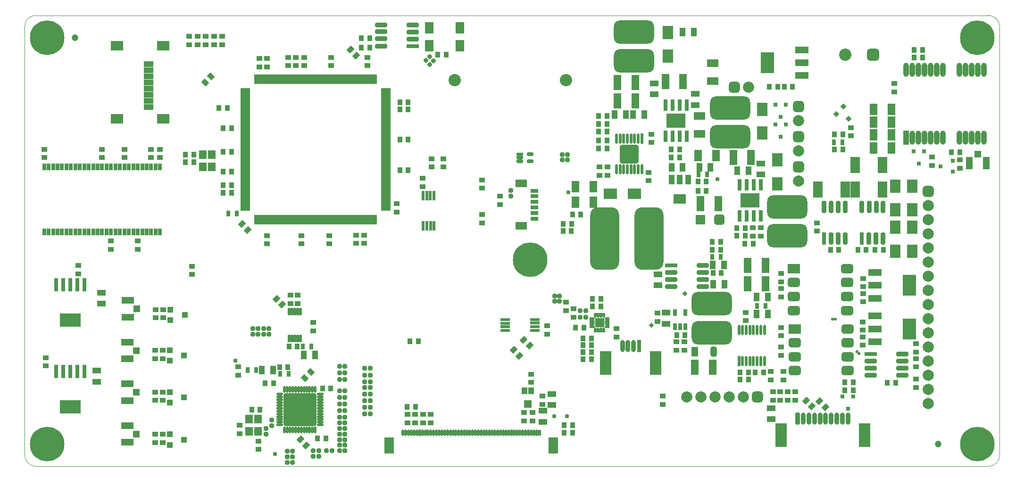
<source format=gts>
G04 Layer_Color=8388736*
%FSLAX43Y43*%
%MOMM*%
G71*
G01*
G75*
%ADD116C,0.100*%
%ADD130R,2.203X1.653*%
%ADD131R,1.703X1.003*%
G04:AMPARAMS|DCode=132|XSize=0.803mm|YSize=0.803mm|CornerRadius=0.162mm|HoleSize=0mm|Usage=FLASHONLY|Rotation=90.000|XOffset=0mm|YOffset=0mm|HoleType=Round|Shape=RoundedRectangle|*
%AMROUNDEDRECTD132*
21,1,0.803,0.480,0,0,90.0*
21,1,0.480,0.803,0,0,90.0*
1,1,0.323,0.240,0.240*
1,1,0.323,0.240,-0.240*
1,1,0.323,-0.240,-0.240*
1,1,0.323,-0.240,0.240*
%
%ADD132ROUNDEDRECTD132*%
%ADD133R,0.903X1.103*%
%ADD134R,0.803X0.803*%
%ADD135R,1.103X0.903*%
G04:AMPARAMS|DCode=136|XSize=0.903mm|YSize=1.103mm|CornerRadius=0mm|HoleSize=0mm|Usage=FLASHONLY|Rotation=45.000|XOffset=0mm|YOffset=0mm|HoleType=Round|Shape=Rectangle|*
%AMROTATEDRECTD136*
4,1,4,0.071,-0.709,-0.709,0.071,-0.071,0.709,0.709,-0.071,0.071,-0.709,0.0*
%
%ADD136ROTATEDRECTD136*%

%ADD137R,2.353X1.303*%
%ADD138R,2.353X1.303*%
%ADD139R,2.353X3.703*%
%ADD140R,0.803X0.803*%
%ADD141R,1.403X2.003*%
%ADD142R,1.503X1.103*%
%ADD143R,0.803X2.203*%
%ADD144O,0.803X2.203*%
%ADD145R,2.003X4.203*%
%ADD146R,1.303X1.303*%
%ADD147R,2.203X1.303*%
%ADD148R,1.303X1.303*%
%ADD149R,1.303X2.203*%
%ADD150R,3.403X2.503*%
%ADD151R,0.803X2.003*%
%ADD152R,1.003X1.003*%
%ADD153P,1.136X4X360.0*%
%ADD154R,1.953X2.403*%
%ADD155R,1.153X1.803*%
G04:AMPARAMS|DCode=156|XSize=1.153mm|YSize=1.803mm|CornerRadius=0.339mm|HoleSize=0mm|Usage=FLASHONLY|Rotation=180.000|XOffset=0mm|YOffset=0mm|HoleType=Round|Shape=RoundedRectangle|*
%AMROUNDEDRECTD156*
21,1,1.153,1.125,0,0,180.0*
21,1,0.475,1.803,0,0,180.0*
1,1,0.678,-0.237,0.563*
1,1,0.678,0.237,0.563*
1,1,0.678,0.237,-0.563*
1,1,0.678,-0.237,-0.563*
%
%ADD156ROUNDEDRECTD156*%
G04:AMPARAMS|DCode=157|XSize=1.803mm|YSize=1.803mm|CornerRadius=0.342mm|HoleSize=0mm|Usage=FLASHONLY|Rotation=180.000|XOffset=0mm|YOffset=0mm|HoleType=Round|Shape=RoundedRectangle|*
%AMROUNDEDRECTD157*
21,1,1.803,1.120,0,0,180.0*
21,1,1.120,1.803,0,0,180.0*
1,1,0.683,-0.560,0.560*
1,1,0.683,0.560,0.560*
1,1,0.683,0.560,-0.560*
1,1,0.683,-0.560,-0.560*
%
%ADD157ROUNDEDRECTD157*%
%ADD158R,1.803X1.803*%
%ADD159R,2.403X1.953*%
%ADD160R,1.103X1.503*%
%ADD161R,1.403X2.803*%
%ADD162R,0.800X1.050*%
G04:AMPARAMS|DCode=163|XSize=7.203mm|YSize=4.203mm|CornerRadius=1.102mm|HoleSize=0mm|Usage=FLASHONLY|Rotation=180.000|XOffset=0mm|YOffset=0mm|HoleType=Round|Shape=RoundedRectangle|*
%AMROUNDEDRECTD163*
21,1,7.203,2.000,0,0,180.0*
21,1,5.000,4.203,0,0,180.0*
1,1,2.203,-2.500,1.000*
1,1,2.203,2.500,1.000*
1,1,2.203,2.500,-1.000*
1,1,2.203,-2.500,-1.000*
%
%ADD163ROUNDEDRECTD163*%
G04:AMPARAMS|DCode=164|XSize=11.203mm|YSize=5.203mm|CornerRadius=1.352mm|HoleSize=0mm|Usage=FLASHONLY|Rotation=90.000|XOffset=0mm|YOffset=0mm|HoleType=Round|Shape=RoundedRectangle|*
%AMROUNDEDRECTD164*
21,1,11.203,2.500,0,0,90.0*
21,1,8.500,5.203,0,0,90.0*
1,1,2.703,1.250,4.250*
1,1,2.703,1.250,-4.250*
1,1,2.703,-1.250,-4.250*
1,1,2.703,-1.250,4.250*
%
%ADD164ROUNDEDRECTD164*%
%ADD165R,2.003X1.403*%
G04:AMPARAMS|DCode=166|XSize=5.853mm|YSize=5.853mm|CornerRadius=0.243mm|HoleSize=0mm|Usage=FLASHONLY|Rotation=0.000|XOffset=0mm|YOffset=0mm|HoleType=Round|Shape=RoundedRectangle|*
%AMROUNDEDRECTD166*
21,1,5.853,5.367,0,0,0.0*
21,1,5.367,5.853,0,0,0.0*
1,1,0.486,2.684,-2.684*
1,1,0.486,-2.684,-2.684*
1,1,0.486,-2.684,2.684*
1,1,0.486,2.684,2.684*
%
%ADD166ROUNDEDRECTD166*%
%ADD167O,0.503X1.203*%
%ADD168O,1.203X0.503*%
G04:AMPARAMS|DCode=169|XSize=0.503mm|YSize=1.203mm|CornerRadius=0.177mm|HoleSize=0mm|Usage=FLASHONLY|Rotation=90.000|XOffset=0mm|YOffset=0mm|HoleType=Round|Shape=RoundedRectangle|*
%AMROUNDEDRECTD169*
21,1,0.503,0.850,0,0,90.0*
21,1,0.150,1.203,0,0,90.0*
1,1,0.353,0.425,0.075*
1,1,0.353,0.425,-0.075*
1,1,0.353,-0.425,-0.075*
1,1,0.353,-0.425,0.075*
%
%ADD169ROUNDEDRECTD169*%
%ADD170R,1.003X2.503*%
%ADD171O,1.003X2.503*%
%ADD172R,1.753X0.603*%
%ADD173R,0.503X1.853*%
G04:AMPARAMS|DCode=174|XSize=0.503mm|YSize=1.853mm|CornerRadius=0.177mm|HoleSize=0mm|Usage=FLASHONLY|Rotation=180.000|XOffset=0mm|YOffset=0mm|HoleType=Round|Shape=RoundedRectangle|*
%AMROUNDEDRECTD174*
21,1,0.503,1.500,0,0,180.0*
21,1,0.150,1.853,0,0,180.0*
1,1,0.353,-0.075,0.750*
1,1,0.353,0.075,0.750*
1,1,0.353,0.075,-0.750*
1,1,0.353,-0.075,-0.750*
%
%ADD174ROUNDEDRECTD174*%
%ADD175R,2.203X1.703*%
G04:AMPARAMS|DCode=176|XSize=2.203mm|YSize=1.703mm|CornerRadius=0.477mm|HoleSize=0mm|Usage=FLASHONLY|Rotation=0.000|XOffset=0mm|YOffset=0mm|HoleType=Round|Shape=RoundedRectangle|*
%AMROUNDEDRECTD176*
21,1,2.203,0.750,0,0,0.0*
21,1,1.250,1.703,0,0,0.0*
1,1,0.953,0.625,-0.375*
1,1,0.953,-0.625,-0.375*
1,1,0.953,-0.625,0.375*
1,1,0.953,0.625,0.375*
%
%ADD176ROUNDEDRECTD176*%
G04:AMPARAMS|DCode=177|XSize=2.203mm|YSize=0.803mm|CornerRadius=0.252mm|HoleSize=0mm|Usage=FLASHONLY|Rotation=0.000|XOffset=0mm|YOffset=0mm|HoleType=Round|Shape=RoundedRectangle|*
%AMROUNDEDRECTD177*
21,1,2.203,0.300,0,0,0.0*
21,1,1.700,0.803,0,0,0.0*
1,1,0.503,0.850,-0.150*
1,1,0.503,-0.850,-0.150*
1,1,0.503,-0.850,0.150*
1,1,0.503,0.850,0.150*
%
%ADD177ROUNDEDRECTD177*%
%ADD178R,2.203X0.803*%
%ADD179R,0.803X2.353*%
%ADD180R,0.803X2.353*%
%ADD181R,3.703X2.353*%
%ADD182R,0.803X1.203*%
G04:AMPARAMS|DCode=183|XSize=3.303mm|YSize=3.303mm|CornerRadius=0.179mm|HoleSize=0mm|Usage=FLASHONLY|Rotation=0.000|XOffset=0mm|YOffset=0mm|HoleType=Round|Shape=RoundedRectangle|*
%AMROUNDEDRECTD183*
21,1,3.303,2.945,0,0,0.0*
21,1,2.945,3.303,0,0,0.0*
1,1,0.358,1.472,-1.472*
1,1,0.358,-1.472,-1.472*
1,1,0.358,-1.472,1.472*
1,1,0.358,1.472,1.472*
%
%ADD183ROUNDEDRECTD183*%
%ADD184R,1.003X1.703*%
G04:AMPARAMS|DCode=185|XSize=0.903mm|YSize=1.103mm|CornerRadius=0mm|HoleSize=0mm|Usage=FLASHONLY|Rotation=315.000|XOffset=0mm|YOffset=0mm|HoleType=Round|Shape=Rectangle|*
%AMROTATEDRECTD185*
4,1,4,-0.709,-0.071,0.071,0.709,0.709,0.071,-0.071,-0.709,-0.709,-0.071,0.0*
%
%ADD185ROTATEDRECTD185*%

%ADD186R,1.353X1.603*%
%ADD187R,1.503X2.103*%
G04:AMPARAMS|DCode=188|XSize=1.253mm|YSize=0.603mm|CornerRadius=0.202mm|HoleSize=0mm|Usage=FLASHONLY|Rotation=0.000|XOffset=0mm|YOffset=0mm|HoleType=Round|Shape=RoundedRectangle|*
%AMROUNDEDRECTD188*
21,1,1.253,0.200,0,0,0.0*
21,1,0.850,0.603,0,0,0.0*
1,1,0.403,0.425,-0.100*
1,1,0.403,-0.425,-0.100*
1,1,0.403,-0.425,0.100*
1,1,0.403,0.425,0.100*
%
%ADD188ROUNDEDRECTD188*%
%ADD189R,1.253X0.603*%
%ADD190R,1.803X0.503*%
%ADD191R,0.503X1.803*%
%ADD192R,0.603X1.753*%
%ADD193R,0.753X1.203*%
G04:AMPARAMS|DCode=194|XSize=2.203mm|YSize=0.803mm|CornerRadius=0.252mm|HoleSize=0mm|Usage=FLASHONLY|Rotation=90.000|XOffset=0mm|YOffset=0mm|HoleType=Round|Shape=RoundedRectangle|*
%AMROUNDEDRECTD194*
21,1,2.203,0.300,0,0,90.0*
21,1,1.700,0.803,0,0,90.0*
1,1,0.503,0.150,0.850*
1,1,0.503,0.150,-0.850*
1,1,0.503,-0.150,-0.850*
1,1,0.503,-0.150,0.850*
%
%ADD194ROUNDEDRECTD194*%
G04:AMPARAMS|DCode=195|XSize=0.503mm|YSize=1.103mm|CornerRadius=0.177mm|HoleSize=0mm|Usage=FLASHONLY|Rotation=180.000|XOffset=0mm|YOffset=0mm|HoleType=Round|Shape=RoundedRectangle|*
%AMROUNDEDRECTD195*
21,1,0.503,0.750,0,0,180.0*
21,1,0.150,1.103,0,0,180.0*
1,1,0.353,-0.075,0.375*
1,1,0.353,0.075,0.375*
1,1,0.353,0.075,-0.375*
1,1,0.353,-0.075,-0.375*
%
%ADD195ROUNDEDRECTD195*%
%ADD196R,0.503X1.103*%
%ADD197R,1.703X3.003*%
G04:AMPARAMS|DCode=198|XSize=0.503mm|YSize=1.103mm|CornerRadius=0mm|HoleSize=0mm|Usage=FLASHONLY|Rotation=180.000|XOffset=0mm|YOffset=0mm|HoleType=Round|Shape=Octagon|*
%AMOCTAGOND198*
4,1,8,0.126,-0.552,-0.126,-0.552,-0.252,-0.426,-0.252,0.426,-0.126,0.552,0.126,0.552,0.252,0.426,0.252,-0.426,0.126,-0.552,0.0*
%
%ADD198OCTAGOND198*%

G04:AMPARAMS|DCode=199|XSize=0.803mm|YSize=0.803mm|CornerRadius=0.162mm|HoleSize=0mm|Usage=FLASHONLY|Rotation=180.000|XOffset=0mm|YOffset=0mm|HoleType=Round|Shape=RoundedRectangle|*
%AMROUNDEDRECTD199*
21,1,0.803,0.480,0,0,180.0*
21,1,0.480,0.803,0,0,180.0*
1,1,0.323,-0.240,0.240*
1,1,0.323,0.240,0.240*
1,1,0.323,0.240,-0.240*
1,1,0.323,-0.240,-0.240*
%
%ADD199ROUNDEDRECTD199*%
G04:AMPARAMS|DCode=200|XSize=0.703mm|YSize=0.703mm|CornerRadius=0.202mm|HoleSize=0mm|Usage=FLASHONLY|Rotation=180.000|XOffset=0mm|YOffset=0mm|HoleType=Round|Shape=RoundedRectangle|*
%AMROUNDEDRECTD200*
21,1,0.703,0.300,0,0,180.0*
21,1,0.300,0.703,0,0,180.0*
1,1,0.403,-0.150,0.150*
1,1,0.403,0.150,0.150*
1,1,0.403,0.150,-0.150*
1,1,0.403,-0.150,-0.150*
%
%ADD200ROUNDEDRECTD200*%
%ADD201O,0.483X0.863*%
%ADD202R,0.483X0.483*%
%ADD203O,0.863X0.483*%
G04:AMPARAMS|DCode=204|XSize=0.503mm|YSize=1.403mm|CornerRadius=0.177mm|HoleSize=0mm|Usage=FLASHONLY|Rotation=0.000|XOffset=0mm|YOffset=0mm|HoleType=Round|Shape=RoundedRectangle|*
%AMROUNDEDRECTD204*
21,1,0.503,1.050,0,0,0.0*
21,1,0.150,1.403,0,0,0.0*
1,1,0.353,0.075,-0.525*
1,1,0.353,-0.075,-0.525*
1,1,0.353,-0.075,0.525*
1,1,0.353,0.075,0.525*
%
%ADD204ROUNDEDRECTD204*%
%ADD205R,1.403X0.803*%
G04:AMPARAMS|DCode=206|XSize=0.803mm|YSize=0.803mm|CornerRadius=0.162mm|HoleSize=0mm|Usage=FLASHONLY|Rotation=315.000|XOffset=0mm|YOffset=0mm|HoleType=Round|Shape=RoundedRectangle|*
%AMROUNDEDRECTD206*
21,1,0.803,0.480,0,0,315.0*
21,1,0.480,0.803,0,0,315.0*
1,1,0.323,0.000,-0.339*
1,1,0.323,-0.339,0.000*
1,1,0.323,0.000,0.339*
1,1,0.323,0.339,0.000*
%
%ADD206ROUNDEDRECTD206*%
%ADD207R,1.053X1.303*%
%ADD208R,1.403X1.403*%
G04:AMPARAMS|DCode=209|XSize=0.533mm|YSize=0.533mm|CornerRadius=0.135mm|HoleSize=0mm|Usage=FLASHONLY|Rotation=180.000|XOffset=0mm|YOffset=0mm|HoleType=Round|Shape=RoundedRectangle|*
%AMROUNDEDRECTD209*
21,1,0.533,0.264,0,0,180.0*
21,1,0.264,0.533,0,0,180.0*
1,1,0.269,-0.132,0.132*
1,1,0.269,0.132,0.132*
1,1,0.269,0.132,-0.132*
1,1,0.269,-0.132,-0.132*
%
%ADD209ROUNDEDRECTD209*%
G04:AMPARAMS|DCode=210|XSize=0.533mm|YSize=0.533mm|CornerRadius=0.135mm|HoleSize=0mm|Usage=FLASHONLY|Rotation=315.000|XOffset=0mm|YOffset=0mm|HoleType=Round|Shape=RoundedRectangle|*
%AMROUNDEDRECTD210*
21,1,0.533,0.264,0,0,315.0*
21,1,0.264,0.533,0,0,315.0*
1,1,0.269,0.000,-0.187*
1,1,0.269,-0.187,0.000*
1,1,0.269,0.000,0.187*
1,1,0.269,0.187,0.000*
%
%ADD210ROUNDEDRECTD210*%
G04:AMPARAMS|DCode=211|XSize=0.703mm|YSize=0.703mm|CornerRadius=0.202mm|HoleSize=0mm|Usage=FLASHONLY|Rotation=315.000|XOffset=0mm|YOffset=0mm|HoleType=Round|Shape=RoundedRectangle|*
%AMROUNDEDRECTD211*
21,1,0.703,0.300,0,0,315.0*
21,1,0.300,0.703,0,0,315.0*
1,1,0.403,0.000,-0.212*
1,1,0.403,-0.212,0.000*
1,1,0.403,0.000,0.212*
1,1,0.403,0.212,0.000*
%
%ADD211ROUNDEDRECTD211*%
G04:AMPARAMS|DCode=212|XSize=0.703mm|YSize=0.703mm|CornerRadius=0.202mm|HoleSize=0mm|Usage=FLASHONLY|Rotation=225.000|XOffset=0mm|YOffset=0mm|HoleType=Round|Shape=RoundedRectangle|*
%AMROUNDEDRECTD212*
21,1,0.703,0.300,0,0,225.0*
21,1,0.300,0.703,0,0,225.0*
1,1,0.403,-0.212,0.000*
1,1,0.403,0.000,0.212*
1,1,0.403,0.212,0.000*
1,1,0.403,0.000,-0.212*
%
%ADD212ROUNDEDRECTD212*%
G04:AMPARAMS|DCode=213|XSize=0.703mm|YSize=0.703mm|CornerRadius=0.202mm|HoleSize=0mm|Usage=FLASHONLY|Rotation=270.000|XOffset=0mm|YOffset=0mm|HoleType=Round|Shape=RoundedRectangle|*
%AMROUNDEDRECTD213*
21,1,0.703,0.300,0,0,270.0*
21,1,0.300,0.703,0,0,270.0*
1,1,0.403,-0.150,-0.150*
1,1,0.403,-0.150,0.150*
1,1,0.403,0.150,0.150*
1,1,0.403,0.150,-0.150*
%
%ADD213ROUNDEDRECTD213*%
%ADD214C,1.203*%
%ADD215C,2.003*%
G04:AMPARAMS|DCode=216|XSize=2.003mm|YSize=2.003mm|CornerRadius=0.552mm|HoleSize=0mm|Usage=FLASHONLY|Rotation=90.000|XOffset=0mm|YOffset=0mm|HoleType=Round|Shape=RoundedRectangle|*
%AMROUNDEDRECTD216*
21,1,2.003,0.900,0,0,90.0*
21,1,0.900,2.003,0,0,90.0*
1,1,1.103,0.450,0.450*
1,1,1.103,0.450,-0.450*
1,1,1.103,-0.450,-0.450*
1,1,1.103,-0.450,0.450*
%
%ADD216ROUNDEDRECTD216*%
%ADD217C,2.203*%
G04:AMPARAMS|DCode=218|XSize=2.203mm|YSize=2.203mm|CornerRadius=0.602mm|HoleSize=0mm|Usage=FLASHONLY|Rotation=180.000|XOffset=0mm|YOffset=0mm|HoleType=Round|Shape=RoundedRectangle|*
%AMROUNDEDRECTD218*
21,1,2.203,1.000,0,0,180.0*
21,1,1.000,2.203,0,0,180.0*
1,1,1.203,-0.500,0.500*
1,1,1.203,0.500,0.500*
1,1,1.203,0.500,-0.500*
1,1,1.203,-0.500,-0.500*
%
%ADD218ROUNDEDRECTD218*%
G04:AMPARAMS|DCode=219|XSize=2.003mm|YSize=2.003mm|CornerRadius=0.552mm|HoleSize=0mm|Usage=FLASHONLY|Rotation=0.000|XOffset=0mm|YOffset=0mm|HoleType=Round|Shape=RoundedRectangle|*
%AMROUNDEDRECTD219*
21,1,2.003,0.900,0,0,0.0*
21,1,0.900,2.003,0,0,0.0*
1,1,1.103,0.450,-0.450*
1,1,1.103,-0.450,-0.450*
1,1,1.103,-0.450,0.450*
1,1,1.103,0.450,0.450*
%
%ADD219ROUNDEDRECTD219*%
%ADD220C,6.203*%
G36*
X129400Y79400D02*
X127800D01*
Y81000D01*
X129400D01*
Y79400D01*
D02*
G37*
D116*
X198400Y54400D02*
G03*
X200400Y56400I0J2000D01*
G01*
X25400Y56400D02*
G03*
X27400Y54400I2000J0D01*
G01*
X27400Y135400D02*
G03*
X25400Y133400I0J-2000D01*
G01*
X200400Y133400D02*
G03*
X198400Y135400I-2000J0D01*
G01*
X27400Y54400D02*
X198400Y54400D01*
X25400Y133400D02*
X25400Y56400D01*
X27400Y135400D02*
X198400D01*
X200400Y56400D02*
Y133400D01*
D130*
X50250Y116845D02*
D03*
Y129905D02*
D03*
X41950D02*
D03*
Y116845D02*
D03*
D131*
X47650Y121175D02*
D03*
Y122275D02*
D03*
Y123375D02*
D03*
Y124475D02*
D03*
Y125575D02*
D03*
Y126675D02*
D03*
Y120075D02*
D03*
Y118975D02*
D03*
D132*
X121425Y84025D02*
D03*
Y85025D02*
D03*
X122850Y110425D02*
D03*
Y109425D02*
D03*
X121875Y110425D02*
D03*
Y109425D02*
D03*
X66325Y78125D02*
D03*
Y79125D02*
D03*
X67275Y78125D02*
D03*
Y79125D02*
D03*
X68275Y78125D02*
D03*
Y79125D02*
D03*
X69225Y78125D02*
D03*
Y79125D02*
D03*
X120500Y84025D02*
D03*
Y85025D02*
D03*
X112625Y103925D02*
D03*
Y102925D02*
D03*
X68700Y61200D02*
D03*
Y60200D02*
D03*
X69700Y61700D02*
D03*
Y62700D02*
D03*
D133*
X123550Y97975D02*
D03*
X122050D02*
D03*
X122025Y96650D02*
D03*
X123525D02*
D03*
X174100Y69475D02*
D03*
X172600D02*
D03*
X174100Y68075D02*
D03*
X172600D02*
D03*
X60250Y118800D02*
D03*
X61750D02*
D03*
X170050Y93300D02*
D03*
X171550D02*
D03*
X179550D02*
D03*
X178050D02*
D03*
X55750Y109000D02*
D03*
X54250D02*
D03*
X55750Y110400D02*
D03*
X54250D02*
D03*
X61050Y103500D02*
D03*
X62550D02*
D03*
X94250Y113100D02*
D03*
X92750D02*
D03*
X94250Y118500D02*
D03*
X92750D02*
D03*
X155350Y71300D02*
D03*
X153850D02*
D03*
X153850Y70000D02*
D03*
X155350D02*
D03*
X191750Y110800D02*
D03*
X193250D02*
D03*
X143950Y78000D02*
D03*
X142450D02*
D03*
X150350Y94700D02*
D03*
X148850D02*
D03*
X128450Y111500D02*
D03*
X129950D02*
D03*
X147750Y105600D02*
D03*
X146250D02*
D03*
X146250Y103900D02*
D03*
X147750D02*
D03*
X129950Y117300D02*
D03*
X128450D02*
D03*
X128450Y115900D02*
D03*
X129950D02*
D03*
X80350Y68400D02*
D03*
X78850D02*
D03*
X74350Y75900D02*
D03*
X72850D02*
D03*
X125775Y79325D02*
D03*
X124275D02*
D03*
X172250Y111300D02*
D03*
X170750D02*
D03*
X122250Y61800D02*
D03*
X123750D02*
D03*
X71150Y72200D02*
D03*
X72650D02*
D03*
X148950Y89100D02*
D03*
X150450D02*
D03*
X123725Y99600D02*
D03*
X125225D02*
D03*
X150350Y93300D02*
D03*
X148850D02*
D03*
X94250Y119800D02*
D03*
X92750D02*
D03*
X61025Y104850D02*
D03*
X62525D02*
D03*
X62550Y115100D02*
D03*
X61050D02*
D03*
X92750Y107600D02*
D03*
X94250D02*
D03*
X62550Y110900D02*
D03*
X61050D02*
D03*
X68550Y69300D02*
D03*
X70050D02*
D03*
X153250Y95800D02*
D03*
X154750D02*
D03*
X128450Y114500D02*
D03*
X129950D02*
D03*
X128450Y112900D02*
D03*
X129950D02*
D03*
X141450Y109900D02*
D03*
X142950D02*
D03*
X154650Y94400D02*
D03*
X156150D02*
D03*
X79450Y59400D02*
D03*
X77950D02*
D03*
X128850Y84500D02*
D03*
X127350D02*
D03*
X99550Y128375D02*
D03*
X101050D02*
D03*
X94075Y65125D02*
D03*
X95575D02*
D03*
X141450Y111300D02*
D03*
X142950D02*
D03*
X153250Y97200D02*
D03*
X154750D02*
D03*
X122250Y60400D02*
D03*
X123750D02*
D03*
X125650Y77400D02*
D03*
X127150D02*
D03*
X125650Y76150D02*
D03*
X127150D02*
D03*
X125650Y74900D02*
D03*
X127150D02*
D03*
X125650Y73650D02*
D03*
X127150D02*
D03*
X87325Y129625D02*
D03*
X85825D02*
D03*
X159050Y122600D02*
D03*
X160550D02*
D03*
X180250Y69400D02*
D03*
X181750D02*
D03*
X174950Y93300D02*
D03*
X176450D02*
D03*
X62550Y107300D02*
D03*
X61050D02*
D03*
X87350Y131300D02*
D03*
X85850D02*
D03*
X128850Y83100D02*
D03*
X127350D02*
D03*
X163250Y122600D02*
D03*
X161750D02*
D03*
X96050Y76900D02*
D03*
X94550D02*
D03*
X172250Y114000D02*
D03*
X170750D02*
D03*
X67650Y64600D02*
D03*
X66150D02*
D03*
X185050Y127800D02*
D03*
X186550D02*
D03*
X185050Y129200D02*
D03*
X186550D02*
D03*
X158050Y71300D02*
D03*
X156550D02*
D03*
D134*
X173175Y64750D02*
D03*
X172225Y66950D02*
D03*
X174125D02*
D03*
X186850Y111000D02*
D03*
X184950D02*
D03*
X185900Y108800D02*
D03*
X162050Y119400D02*
D03*
X160150D02*
D03*
X161100Y117200D02*
D03*
X162050Y115800D02*
D03*
X160150D02*
D03*
X161100Y113600D02*
D03*
D135*
X185400Y72250D02*
D03*
Y73750D02*
D03*
X28900Y109850D02*
D03*
Y111350D02*
D03*
X49700Y111350D02*
D03*
Y109850D02*
D03*
X40900Y94850D02*
D03*
Y93350D02*
D03*
X48100Y111350D02*
D03*
Y109850D02*
D03*
X39300Y111350D02*
D03*
Y109850D02*
D03*
X45700Y94850D02*
D03*
Y93350D02*
D03*
X43300Y111350D02*
D03*
Y109850D02*
D03*
X96800Y106150D02*
D03*
Y104650D02*
D03*
X84900Y94450D02*
D03*
Y95950D02*
D03*
X154800Y82050D02*
D03*
Y80550D02*
D03*
X159300Y69950D02*
D03*
Y71450D02*
D03*
X68900Y126150D02*
D03*
Y127650D02*
D03*
X143800Y75250D02*
D03*
Y76750D02*
D03*
X128600Y108150D02*
D03*
Y106650D02*
D03*
X73100Y85150D02*
D03*
Y83650D02*
D03*
X63700Y70750D02*
D03*
Y72250D02*
D03*
X74400Y83650D02*
D03*
Y85150D02*
D03*
X173700Y113750D02*
D03*
Y115250D02*
D03*
X100600Y108150D02*
D03*
Y109650D02*
D03*
X98400Y108150D02*
D03*
Y109650D02*
D03*
X119200Y78150D02*
D03*
Y79650D02*
D03*
X107500Y98100D02*
D03*
Y99600D02*
D03*
X115000Y62550D02*
D03*
Y64050D02*
D03*
X94100Y63750D02*
D03*
Y62250D02*
D03*
X95500Y63750D02*
D03*
Y62250D02*
D03*
X118300Y67050D02*
D03*
Y65550D02*
D03*
X131600Y79150D02*
D03*
Y77650D02*
D03*
X98300Y62250D02*
D03*
Y63750D02*
D03*
X142400Y75250D02*
D03*
Y76750D02*
D03*
X29175Y73925D02*
D03*
Y72425D02*
D03*
X35000Y88950D02*
D03*
Y90450D02*
D03*
X139000Y81950D02*
D03*
Y80450D02*
D03*
X137350Y105700D02*
D03*
Y107200D02*
D03*
X137900Y112550D02*
D03*
Y114050D02*
D03*
X86900Y126350D02*
D03*
Y127850D02*
D03*
X67500Y126150D02*
D03*
Y127650D02*
D03*
X80400Y126350D02*
D03*
Y127850D02*
D03*
X92200Y101550D02*
D03*
Y100050D02*
D03*
X75100Y94350D02*
D03*
Y95850D02*
D03*
X75600Y126350D02*
D03*
Y127850D02*
D03*
X64000Y61750D02*
D03*
Y60250D02*
D03*
X50300Y81050D02*
D03*
Y82550D02*
D03*
X86300Y95950D02*
D03*
Y94450D02*
D03*
X80100Y94350D02*
D03*
Y95850D02*
D03*
X68900Y94350D02*
D03*
Y95850D02*
D03*
X55400Y90350D02*
D03*
Y88850D02*
D03*
X67400Y58950D02*
D03*
Y57450D02*
D03*
X50200Y60150D02*
D03*
Y58650D02*
D03*
Y67750D02*
D03*
Y66250D02*
D03*
Y75250D02*
D03*
Y73750D02*
D03*
X130000Y106650D02*
D03*
Y108150D02*
D03*
X96900Y62250D02*
D03*
Y63750D02*
D03*
X122550Y82350D02*
D03*
Y83850D02*
D03*
X123900Y81200D02*
D03*
Y82700D02*
D03*
X159700Y66277D02*
D03*
Y67777D02*
D03*
X161000Y66277D02*
D03*
Y67777D02*
D03*
X162400Y66277D02*
D03*
Y67777D02*
D03*
X163700Y66277D02*
D03*
Y67777D02*
D03*
X139900Y65500D02*
D03*
Y67000D02*
D03*
X157500Y95750D02*
D03*
Y97250D02*
D03*
X156100Y97250D02*
D03*
Y95750D02*
D03*
X161600Y71450D02*
D03*
Y69950D02*
D03*
X77200Y80250D02*
D03*
Y78750D02*
D03*
X60875Y130100D02*
D03*
Y131600D02*
D03*
X59400Y130100D02*
D03*
Y131600D02*
D03*
X57900Y130100D02*
D03*
Y131600D02*
D03*
X56450Y130100D02*
D03*
Y131600D02*
D03*
X175800Y76150D02*
D03*
Y77650D02*
D03*
X175900Y83950D02*
D03*
Y85450D02*
D03*
X185400Y70050D02*
D03*
Y68550D02*
D03*
X167600Y98150D02*
D03*
Y96650D02*
D03*
X72700Y126350D02*
D03*
Y127850D02*
D03*
X116600Y62550D02*
D03*
Y64050D02*
D03*
X116300Y69450D02*
D03*
Y70950D02*
D03*
X161200Y75850D02*
D03*
Y74350D02*
D03*
Y86350D02*
D03*
Y84850D02*
D03*
Y77850D02*
D03*
Y79350D02*
D03*
Y87550D02*
D03*
Y89050D02*
D03*
X175900Y86650D02*
D03*
Y88150D02*
D03*
X175800Y78850D02*
D03*
Y80350D02*
D03*
X181500Y123150D02*
D03*
Y121650D02*
D03*
X193300Y107950D02*
D03*
Y109450D02*
D03*
X188300Y109950D02*
D03*
Y108450D02*
D03*
X48800Y58650D02*
D03*
Y60150D02*
D03*
X48900Y82550D02*
D03*
Y81050D02*
D03*
X48800Y66250D02*
D03*
Y67750D02*
D03*
Y75250D02*
D03*
Y73750D02*
D03*
X74100Y126350D02*
D03*
Y127850D02*
D03*
X54950Y130100D02*
D03*
Y131600D02*
D03*
X107500Y104350D02*
D03*
Y105850D02*
D03*
X110700Y102950D02*
D03*
Y101450D02*
D03*
X185400Y76400D02*
D03*
Y74900D02*
D03*
D136*
X58855Y124405D02*
D03*
X57795Y123345D02*
D03*
X76730Y71330D02*
D03*
X75670Y70270D02*
D03*
D137*
X178000Y81400D02*
D03*
Y76800D02*
D03*
Y89200D02*
D03*
Y84600D02*
D03*
X164900Y124600D02*
D03*
Y129200D02*
D03*
D138*
X178000Y79100D02*
D03*
Y86900D02*
D03*
X164900Y126900D02*
D03*
D139*
X184200Y79100D02*
D03*
Y86900D02*
D03*
X158700Y126900D02*
D03*
D140*
X192000Y107350D02*
D03*
Y109250D02*
D03*
X189800Y108300D02*
D03*
D141*
X124300Y104600D02*
D03*
X127500D02*
D03*
X124300Y101800D02*
D03*
X127500D02*
D03*
X149500Y110200D02*
D03*
X146300D02*
D03*
X181000Y118500D02*
D03*
X177800D02*
D03*
X181000Y113900D02*
D03*
X177800D02*
D03*
X177800Y116200D02*
D03*
X181000D02*
D03*
X177800Y111600D02*
D03*
X181000D02*
D03*
D142*
X145800Y121300D02*
D03*
Y119300D02*
D03*
X159425Y62850D02*
D03*
Y64850D02*
D03*
X120000Y67400D02*
D03*
Y65400D02*
D03*
X139100Y86900D02*
D03*
Y88900D02*
D03*
X39200Y83600D02*
D03*
Y85600D02*
D03*
X38300Y71600D02*
D03*
Y69600D02*
D03*
X140500Y80000D02*
D03*
Y82000D02*
D03*
X118400Y64400D02*
D03*
Y62400D02*
D03*
X157500Y108800D02*
D03*
Y106800D02*
D03*
X138400Y121200D02*
D03*
Y123200D02*
D03*
D143*
X135700Y76000D02*
D03*
X175700Y95325D02*
D03*
X168900D02*
D03*
D144*
X134700Y76000D02*
D03*
X133700D02*
D03*
X132700D02*
D03*
X173175Y62975D02*
D03*
X172175D02*
D03*
X171175D02*
D03*
X170175D02*
D03*
X169175D02*
D03*
X165175D02*
D03*
X166175D02*
D03*
X167175D02*
D03*
X168175D02*
D03*
D145*
X129700Y73000D02*
D03*
X138700D02*
D03*
X161175Y59975D02*
D03*
X176175D02*
D03*
D146*
X45500Y82700D02*
D03*
X45400Y60200D02*
D03*
Y67700D02*
D03*
Y75200D02*
D03*
D147*
X43900Y81200D02*
D03*
Y84200D02*
D03*
X43800Y58700D02*
D03*
Y61700D02*
D03*
Y66200D02*
D03*
Y69200D02*
D03*
Y73700D02*
D03*
Y76700D02*
D03*
D148*
X196500Y110500D02*
D03*
D149*
X198000Y108900D02*
D03*
X195000D02*
D03*
D150*
X155600Y102200D02*
D03*
X142300Y116500D02*
D03*
D151*
X153695Y99400D02*
D03*
X154965D02*
D03*
X156235D02*
D03*
X157505D02*
D03*
X153695Y105000D02*
D03*
X154965D02*
D03*
X156235D02*
D03*
X157505D02*
D03*
X140395Y113700D02*
D03*
X141665D02*
D03*
X142935D02*
D03*
X144205D02*
D03*
X140395Y119300D02*
D03*
X141665D02*
D03*
X142935D02*
D03*
X144205D02*
D03*
D152*
X51450Y75250D02*
D03*
Y73350D02*
D03*
X54025Y74300D02*
D03*
X51550Y82550D02*
D03*
Y80650D02*
D03*
X54125Y81600D02*
D03*
X51450Y67750D02*
D03*
Y65850D02*
D03*
X54025Y66800D02*
D03*
X51450Y60150D02*
D03*
Y58250D02*
D03*
X54025Y59200D02*
D03*
D153*
X172394Y119050D02*
D03*
X171050Y117706D02*
D03*
X173278Y116822D02*
D03*
D154*
X184700Y93050D02*
D03*
Y97350D02*
D03*
X181700Y97350D02*
D03*
Y93050D02*
D03*
Y100450D02*
D03*
Y104750D02*
D03*
X184700Y104750D02*
D03*
Y100450D02*
D03*
X140900Y128050D02*
D03*
Y132350D02*
D03*
X157800Y114250D02*
D03*
Y118550D02*
D03*
X160500Y109450D02*
D03*
Y105150D02*
D03*
D155*
X145700Y75000D02*
D03*
D156*
X149100D02*
D03*
D157*
X150100Y98700D02*
D03*
D158*
X146700D02*
D03*
D159*
X130550Y103400D02*
D03*
X134850D02*
D03*
D160*
X158775Y81800D02*
D03*
X156775D02*
D03*
Y84825D02*
D03*
X158775D02*
D03*
X68000Y71700D02*
D03*
X70000D02*
D03*
X151000Y87100D02*
D03*
X149000D02*
D03*
X150900Y90600D02*
D03*
X148900D02*
D03*
X145500Y132400D02*
D03*
X143500D02*
D03*
X155300Y107500D02*
D03*
X153300D02*
D03*
X143500Y108100D02*
D03*
X141500D02*
D03*
X133300Y117600D02*
D03*
X131300D02*
D03*
X136600Y117600D02*
D03*
X134600D02*
D03*
X148500Y108100D02*
D03*
X146500D02*
D03*
X77500Y74400D02*
D03*
X75500D02*
D03*
D161*
X155800Y109900D02*
D03*
X152600D02*
D03*
X148900Y72200D02*
D03*
X145700D02*
D03*
X149900Y101600D02*
D03*
X146700D02*
D03*
X131800Y120000D02*
D03*
X135000D02*
D03*
X155200Y90500D02*
D03*
X158400D02*
D03*
X131800Y123300D02*
D03*
X135000D02*
D03*
X155200Y87200D02*
D03*
X158400D02*
D03*
X143600Y123500D02*
D03*
X140400D02*
D03*
D162*
X170650Y112600D02*
D03*
X172150D02*
D03*
X63450Y99800D02*
D03*
X61950D02*
D03*
X147850Y106800D02*
D03*
X146350D02*
D03*
X71250Y71000D02*
D03*
X72750D02*
D03*
X148850Y92000D02*
D03*
X150350D02*
D03*
X65450Y71700D02*
D03*
X66950D02*
D03*
X156850Y83200D02*
D03*
X158350D02*
D03*
X76850Y75900D02*
D03*
X75350D02*
D03*
D163*
X148700Y78400D02*
D03*
Y83600D02*
D03*
X134800Y132400D02*
D03*
Y127200D02*
D03*
X152000Y113600D02*
D03*
Y118800D02*
D03*
X162300Y101000D02*
D03*
Y95800D02*
D03*
D164*
X129500Y95300D02*
D03*
X137500D02*
D03*
D165*
X148900Y126800D02*
D03*
Y123600D02*
D03*
X146500Y117300D02*
D03*
Y114100D02*
D03*
X114550Y105200D02*
D03*
Y97600D02*
D03*
D166*
X74800Y64600D02*
D03*
D167*
X72050Y68250D02*
D03*
X72550D02*
D03*
X73050D02*
D03*
X73550D02*
D03*
X74050D02*
D03*
X74550D02*
D03*
X75050D02*
D03*
X75550D02*
D03*
X76050D02*
D03*
X76550D02*
D03*
X77050D02*
D03*
X77550D02*
D03*
Y60950D02*
D03*
X77050D02*
D03*
X76550D02*
D03*
X76050D02*
D03*
X75550D02*
D03*
X75050D02*
D03*
X74550D02*
D03*
X74050D02*
D03*
X73550D02*
D03*
X73050D02*
D03*
X72550D02*
D03*
X72050D02*
D03*
D168*
X78450Y67350D02*
D03*
Y66850D02*
D03*
Y66350D02*
D03*
Y65850D02*
D03*
Y65350D02*
D03*
Y64850D02*
D03*
Y64350D02*
D03*
Y63850D02*
D03*
Y63350D02*
D03*
Y62850D02*
D03*
Y62350D02*
D03*
Y61850D02*
D03*
X71175D02*
D03*
Y62350D02*
D03*
Y62850D02*
D03*
Y63350D02*
D03*
Y63850D02*
D03*
Y64350D02*
D03*
Y64850D02*
D03*
Y65350D02*
D03*
Y65850D02*
D03*
Y66350D02*
D03*
Y66850D02*
D03*
D169*
X71150Y67350D02*
D03*
D170*
X183600Y113400D02*
D03*
D171*
X184700D02*
D03*
X185800D02*
D03*
X186900D02*
D03*
X188000D02*
D03*
X189100D02*
D03*
X190200D02*
D03*
X193200D02*
D03*
X194300D02*
D03*
X195400D02*
D03*
X196500D02*
D03*
X197600D02*
D03*
X183600Y125600D02*
D03*
X184700D02*
D03*
X185800D02*
D03*
X186900D02*
D03*
X188000D02*
D03*
X189100D02*
D03*
X190200D02*
D03*
X193200D02*
D03*
X194300D02*
D03*
X195400D02*
D03*
X196500D02*
D03*
X197600D02*
D03*
D172*
X111625Y80750D02*
D03*
Y80100D02*
D03*
Y79450D02*
D03*
Y78800D02*
D03*
X117000Y80775D02*
D03*
Y80125D02*
D03*
Y79475D02*
D03*
Y78825D02*
D03*
D173*
X153625Y73325D02*
D03*
X136175Y113275D02*
D03*
D174*
X154275Y73325D02*
D03*
X154925D02*
D03*
X155575D02*
D03*
X156225D02*
D03*
X156875D02*
D03*
X157525D02*
D03*
X158175D02*
D03*
X153625Y78875D02*
D03*
X154275D02*
D03*
X154925D02*
D03*
X155575D02*
D03*
X156225D02*
D03*
X156875D02*
D03*
X157525D02*
D03*
X158175D02*
D03*
X131625Y107725D02*
D03*
X132275D02*
D03*
X132925D02*
D03*
X133575D02*
D03*
X134225D02*
D03*
X134875D02*
D03*
X135525D02*
D03*
X136175D02*
D03*
X131625Y113275D02*
D03*
X132275D02*
D03*
X132925D02*
D03*
X133575D02*
D03*
X134225D02*
D03*
X134875D02*
D03*
X135525D02*
D03*
D175*
X163500Y89900D02*
D03*
X143000Y102400D02*
D03*
X163600Y79100D02*
D03*
D176*
X163500Y87400D02*
D03*
Y84900D02*
D03*
Y82400D02*
D03*
X173000Y89900D02*
D03*
Y87400D02*
D03*
Y84900D02*
D03*
Y82400D02*
D03*
X163600Y76600D02*
D03*
Y74100D02*
D03*
Y71600D02*
D03*
X173100Y79100D02*
D03*
Y76600D02*
D03*
Y74100D02*
D03*
Y71600D02*
D03*
D177*
X147100Y86700D02*
D03*
Y87950D02*
D03*
Y89225D02*
D03*
Y90500D02*
D03*
X141425Y86690D02*
D03*
Y87960D02*
D03*
Y89230D02*
D03*
X182900Y70800D02*
D03*
Y72050D02*
D03*
Y73325D02*
D03*
Y74600D02*
D03*
X177225Y70790D02*
D03*
Y72060D02*
D03*
Y73330D02*
D03*
X95075Y131170D02*
D03*
Y132440D02*
D03*
Y133710D02*
D03*
X89400Y129900D02*
D03*
Y131175D02*
D03*
Y132450D02*
D03*
Y133700D02*
D03*
D178*
X141425Y90500D02*
D03*
X177225Y74600D02*
D03*
X95075Y129900D02*
D03*
D179*
X34870Y71440D02*
D03*
X32330D02*
D03*
X36140D02*
D03*
X31060D02*
D03*
X34870Y87040D02*
D03*
X32330D02*
D03*
X36140D02*
D03*
X31060D02*
D03*
D180*
X33600Y71440D02*
D03*
Y87040D02*
D03*
D181*
Y65090D02*
D03*
Y80690D02*
D03*
D182*
X142100Y79500D02*
D03*
X143050D02*
D03*
X144000D02*
D03*
X142100Y82000D02*
D03*
X144000D02*
D03*
D183*
X133900Y110500D02*
D03*
D184*
X144500Y105900D02*
D03*
X143000D02*
D03*
X141500D02*
D03*
D185*
X75930Y58170D02*
D03*
X74870Y59230D02*
D03*
X70570Y84505D02*
D03*
X71630Y83445D02*
D03*
X114970Y77130D02*
D03*
X116030Y76070D02*
D03*
X113170Y75330D02*
D03*
X114230Y74270D02*
D03*
X64370Y97930D02*
D03*
X65430Y96870D02*
D03*
X166705Y65145D02*
D03*
X165645Y66205D02*
D03*
X169105Y65020D02*
D03*
X168045Y66080D02*
D03*
X84930Y128170D02*
D03*
X83870Y129230D02*
D03*
D186*
X65700Y60700D02*
D03*
X67300Y62900D02*
D03*
Y60700D02*
D03*
X65700Y62900D02*
D03*
X59000Y110400D02*
D03*
X57400Y108200D02*
D03*
Y110400D02*
D03*
X59000Y108200D02*
D03*
D187*
X103500Y129925D02*
D03*
Y133125D02*
D03*
X98000Y129925D02*
D03*
Y133125D02*
D03*
D188*
X116100Y110500D02*
D03*
X114250Y109850D02*
D03*
Y109200D02*
D03*
X116100D02*
D03*
D189*
X114250Y110500D02*
D03*
D190*
X65000Y122050D02*
D03*
Y121550D02*
D03*
Y121050D02*
D03*
Y120550D02*
D03*
Y120050D02*
D03*
Y119550D02*
D03*
Y119050D02*
D03*
Y118550D02*
D03*
Y118050D02*
D03*
Y117550D02*
D03*
Y117050D02*
D03*
Y116550D02*
D03*
Y116050D02*
D03*
Y115550D02*
D03*
Y115050D02*
D03*
Y114550D02*
D03*
Y114050D02*
D03*
Y113550D02*
D03*
Y113050D02*
D03*
Y112550D02*
D03*
Y112050D02*
D03*
Y111550D02*
D03*
Y111050D02*
D03*
Y110550D02*
D03*
Y110050D02*
D03*
Y109550D02*
D03*
Y109050D02*
D03*
Y108550D02*
D03*
Y108050D02*
D03*
Y107550D02*
D03*
Y107050D02*
D03*
Y106550D02*
D03*
Y106050D02*
D03*
Y105550D02*
D03*
Y105050D02*
D03*
Y104550D02*
D03*
Y104050D02*
D03*
Y103550D02*
D03*
Y103050D02*
D03*
Y102550D02*
D03*
Y102050D02*
D03*
Y101550D02*
D03*
Y101050D02*
D03*
Y100550D02*
D03*
X90200Y122050D02*
D03*
Y121550D02*
D03*
Y121050D02*
D03*
Y120550D02*
D03*
Y120050D02*
D03*
Y119550D02*
D03*
Y119050D02*
D03*
Y118550D02*
D03*
Y118050D02*
D03*
Y117550D02*
D03*
Y117050D02*
D03*
Y116550D02*
D03*
Y116050D02*
D03*
Y115550D02*
D03*
Y115050D02*
D03*
Y114550D02*
D03*
Y114050D02*
D03*
Y113550D02*
D03*
Y113050D02*
D03*
Y112550D02*
D03*
Y112050D02*
D03*
Y111550D02*
D03*
Y111050D02*
D03*
Y110550D02*
D03*
Y110050D02*
D03*
Y109550D02*
D03*
Y109050D02*
D03*
Y108550D02*
D03*
Y108050D02*
D03*
Y107550D02*
D03*
Y107050D02*
D03*
Y106550D02*
D03*
Y106050D02*
D03*
Y105550D02*
D03*
Y105050D02*
D03*
Y104550D02*
D03*
Y104050D02*
D03*
Y103550D02*
D03*
Y103050D02*
D03*
Y102550D02*
D03*
Y102050D02*
D03*
Y101550D02*
D03*
Y101050D02*
D03*
Y100550D02*
D03*
D191*
X66850Y98700D02*
D03*
X67350D02*
D03*
X67850D02*
D03*
X68350D02*
D03*
X68850D02*
D03*
X69350D02*
D03*
X69850D02*
D03*
X70350D02*
D03*
X70850D02*
D03*
X71350D02*
D03*
X71850D02*
D03*
X72350D02*
D03*
X72850D02*
D03*
X73350D02*
D03*
X73850D02*
D03*
X74350D02*
D03*
X74850D02*
D03*
X75350D02*
D03*
X75850D02*
D03*
X76350D02*
D03*
X76850D02*
D03*
X77350D02*
D03*
X77850D02*
D03*
X78350D02*
D03*
X78850D02*
D03*
X79350D02*
D03*
X79850D02*
D03*
X80350D02*
D03*
X80850D02*
D03*
X81350D02*
D03*
X81850D02*
D03*
X82350D02*
D03*
X82850D02*
D03*
X83350D02*
D03*
X83850D02*
D03*
X84350D02*
D03*
X84850D02*
D03*
X85350D02*
D03*
X85850D02*
D03*
X86350D02*
D03*
X86850D02*
D03*
X87350D02*
D03*
X87850D02*
D03*
X88350D02*
D03*
X66850Y123900D02*
D03*
X67350D02*
D03*
X67850D02*
D03*
X68350D02*
D03*
X68850D02*
D03*
X69350D02*
D03*
X69850D02*
D03*
X70350D02*
D03*
X70850D02*
D03*
X71350D02*
D03*
X71850D02*
D03*
X72350D02*
D03*
X72850D02*
D03*
X73350D02*
D03*
X73850D02*
D03*
X74350D02*
D03*
X74850D02*
D03*
X75350D02*
D03*
X75850D02*
D03*
X76350D02*
D03*
X76850D02*
D03*
X77350D02*
D03*
X77850D02*
D03*
X78350D02*
D03*
X78850D02*
D03*
X79350D02*
D03*
X79850D02*
D03*
X80350D02*
D03*
X80850D02*
D03*
X81350D02*
D03*
X81850D02*
D03*
X82350D02*
D03*
X82850D02*
D03*
X83350D02*
D03*
X83850D02*
D03*
X84350D02*
D03*
X84850D02*
D03*
X85350D02*
D03*
X85850D02*
D03*
X86350D02*
D03*
X86850D02*
D03*
X87350D02*
D03*
X87850D02*
D03*
X88350D02*
D03*
D192*
X96950Y97625D02*
D03*
X97600D02*
D03*
X98250D02*
D03*
X98900D02*
D03*
X96925Y103000D02*
D03*
X97575D02*
D03*
X98225D02*
D03*
X98875D02*
D03*
D193*
X28900Y96500D02*
D03*
X29700D02*
D03*
X30500D02*
D03*
X31300D02*
D03*
X32100D02*
D03*
X32900D02*
D03*
X33700D02*
D03*
X34500D02*
D03*
X35300D02*
D03*
X36100D02*
D03*
X36900D02*
D03*
X37700D02*
D03*
X38500D02*
D03*
X39300D02*
D03*
X40100D02*
D03*
X40900D02*
D03*
X41700D02*
D03*
X42500D02*
D03*
X43300D02*
D03*
X44100D02*
D03*
X44900D02*
D03*
X45700D02*
D03*
X46500D02*
D03*
X47300D02*
D03*
X48100D02*
D03*
X48900D02*
D03*
X49700D02*
D03*
X28900Y108200D02*
D03*
X29700D02*
D03*
X30500D02*
D03*
X31300D02*
D03*
X32100D02*
D03*
X32900D02*
D03*
X33700D02*
D03*
X34500D02*
D03*
X35300D02*
D03*
X36100D02*
D03*
X36900D02*
D03*
X37700D02*
D03*
X38500D02*
D03*
X39300D02*
D03*
X40100D02*
D03*
X40900D02*
D03*
X41700D02*
D03*
X42500D02*
D03*
X43300D02*
D03*
X44100D02*
D03*
X44900D02*
D03*
X45700D02*
D03*
X46500D02*
D03*
X47300D02*
D03*
X48100D02*
D03*
X48900D02*
D03*
X49700D02*
D03*
D194*
X176970Y95325D02*
D03*
X178240D02*
D03*
X179510D02*
D03*
X175700Y101000D02*
D03*
X176975D02*
D03*
X178250D02*
D03*
X179500D02*
D03*
X172700D02*
D03*
X171450D02*
D03*
X170175D02*
D03*
X168900D02*
D03*
X172710Y95325D02*
D03*
X171440D02*
D03*
X170170D02*
D03*
X164175Y62975D02*
D03*
D195*
X113300Y60400D02*
D03*
X113800D02*
D03*
X114300D02*
D03*
X114800D02*
D03*
X115300D02*
D03*
X115800D02*
D03*
X116300D02*
D03*
X116800D02*
D03*
X117300D02*
D03*
X112800D02*
D03*
X112300D02*
D03*
X111800D02*
D03*
X111300D02*
D03*
X110800D02*
D03*
X110300D02*
D03*
X109800D02*
D03*
X109300D02*
D03*
X108800D02*
D03*
X108300D02*
D03*
X107800D02*
D03*
X107300D02*
D03*
X106800D02*
D03*
X106300D02*
D03*
X105800D02*
D03*
X105300D02*
D03*
X104800D02*
D03*
X104300D02*
D03*
X103800D02*
D03*
X103300D02*
D03*
X102800D02*
D03*
X102300D02*
D03*
X101800D02*
D03*
X101300D02*
D03*
X100800D02*
D03*
X100300D02*
D03*
X99800D02*
D03*
X99300D02*
D03*
X98800D02*
D03*
X98300D02*
D03*
X97800D02*
D03*
X97300D02*
D03*
X96800D02*
D03*
X95800D02*
D03*
X95300D02*
D03*
X94800D02*
D03*
X94300D02*
D03*
X93800D02*
D03*
X93300D02*
D03*
D196*
X117800D02*
D03*
D197*
X90800Y58150D02*
D03*
X120300D02*
D03*
X172700Y104100D02*
D03*
X167800Y104100D02*
D03*
X174500Y108500D02*
D03*
X179400Y108500D02*
D03*
X174500Y104100D02*
D03*
X179400Y104100D02*
D03*
D198*
X96300Y60400D02*
D03*
D199*
X126100Y82325D02*
D03*
X125100D02*
D03*
X126100Y81200D02*
D03*
X125100D02*
D03*
X82900Y59200D02*
D03*
X81900D02*
D03*
X82900Y60200D02*
D03*
X81900D02*
D03*
X82900Y61200D02*
D03*
X81900D02*
D03*
X82900Y62200D02*
D03*
X81900D02*
D03*
X82900Y63200D02*
D03*
X81900D02*
D03*
X87400Y63800D02*
D03*
X86400D02*
D03*
X82900Y64400D02*
D03*
X81900D02*
D03*
X87400Y65000D02*
D03*
X86400D02*
D03*
X82900Y57200D02*
D03*
X81900D02*
D03*
X82900Y58200D02*
D03*
X81900D02*
D03*
X82900Y65600D02*
D03*
X81900D02*
D03*
X87400Y66200D02*
D03*
X86400D02*
D03*
X82900Y66800D02*
D03*
X81900D02*
D03*
X87400Y67400D02*
D03*
X86400D02*
D03*
X82900Y68000D02*
D03*
X81900D02*
D03*
X87400Y68600D02*
D03*
X86400D02*
D03*
X78200Y57200D02*
D03*
X77200D02*
D03*
X80600D02*
D03*
X79600D02*
D03*
X87400Y69600D02*
D03*
X86400D02*
D03*
X82900Y70000D02*
D03*
X81900D02*
D03*
X87400Y70800D02*
D03*
X86400D02*
D03*
X82900Y71200D02*
D03*
X81900D02*
D03*
X87400Y72000D02*
D03*
X86400D02*
D03*
X82900Y72400D02*
D03*
X81900D02*
D03*
X73500Y55100D02*
D03*
X72500D02*
D03*
X73500Y56100D02*
D03*
X72500D02*
D03*
X73500Y57100D02*
D03*
X72500D02*
D03*
X78200Y56200D02*
D03*
X77200D02*
D03*
D200*
X123000Y103600D02*
D03*
X122750Y63375D02*
D03*
X120478Y63428D02*
D03*
D201*
X129350Y81525D02*
D03*
X128850D02*
D03*
X128350D02*
D03*
X127850D02*
D03*
Y78875D02*
D03*
X128350D02*
D03*
X128850D02*
D03*
X129350D02*
D03*
D202*
Y81715D02*
D03*
X128850D02*
D03*
X128350D02*
D03*
X127850D02*
D03*
X127085Y80950D02*
D03*
Y80450D02*
D03*
Y79950D02*
D03*
Y79450D02*
D03*
X127850Y78685D02*
D03*
X128350D02*
D03*
X128850D02*
D03*
X129350D02*
D03*
X130115Y79450D02*
D03*
Y79950D02*
D03*
Y80450D02*
D03*
Y80950D02*
D03*
D203*
X127275D02*
D03*
Y80450D02*
D03*
Y79950D02*
D03*
Y79450D02*
D03*
X129925D02*
D03*
Y79950D02*
D03*
Y80450D02*
D03*
Y80950D02*
D03*
D204*
X74900Y82150D02*
D03*
X74400Y82150D02*
D03*
X73900Y82150D02*
D03*
X73400D02*
D03*
X72900D02*
D03*
X74900Y77350D02*
D03*
X74400Y77350D02*
D03*
X73900D02*
D03*
X73400D02*
D03*
X72900D02*
D03*
D205*
X116900Y103900D02*
D03*
Y102900D02*
D03*
Y101900D02*
D03*
Y100900D02*
D03*
Y99900D02*
D03*
Y98900D02*
D03*
D206*
X97418Y127282D02*
D03*
X98125Y126575D02*
D03*
X98068Y127957D02*
D03*
X98775Y127250D02*
D03*
D207*
X115100Y68000D02*
D03*
X116300D02*
D03*
D208*
X115700Y65600D02*
D03*
D209*
X170400Y80800D02*
D03*
X170900D02*
D03*
D210*
X175146Y74654D02*
D03*
X174793Y75007D02*
D03*
D211*
X143943Y85382D02*
D03*
D212*
X137932Y79732D02*
D03*
D213*
X70350Y56600D02*
D03*
X63250Y73425D02*
D03*
X149775Y106000D02*
D03*
D214*
X34400Y131400D02*
D03*
X189400Y58400D02*
D03*
D215*
X155300Y122500D02*
D03*
X146815Y66900D02*
D03*
X144275D02*
D03*
X149355D02*
D03*
X151895D02*
D03*
X154435D02*
D03*
X164300Y116460D02*
D03*
Y111060D02*
D03*
Y105660D02*
D03*
X187600Y101260D02*
D03*
Y98720D02*
D03*
Y96180D02*
D03*
Y91100D02*
D03*
Y93640D02*
D03*
Y78400D02*
D03*
Y75860D02*
D03*
Y80940D02*
D03*
Y83480D02*
D03*
Y88560D02*
D03*
Y86020D02*
D03*
Y73320D02*
D03*
Y70780D02*
D03*
Y65700D02*
D03*
Y68240D02*
D03*
D216*
X152760Y122500D02*
D03*
X156975Y66900D02*
D03*
D217*
X172700Y128300D02*
D03*
X122600Y123800D02*
D03*
X102600D02*
D03*
D218*
X177700Y128300D02*
D03*
D219*
X164300Y119000D02*
D03*
Y113600D02*
D03*
Y108200D02*
D03*
X187600Y103800D02*
D03*
D220*
X116100Y91500D02*
D03*
X196400Y58400D02*
D03*
X29400Y131400D02*
D03*
X196400D02*
D03*
X29400Y58400D02*
D03*
M02*

</source>
